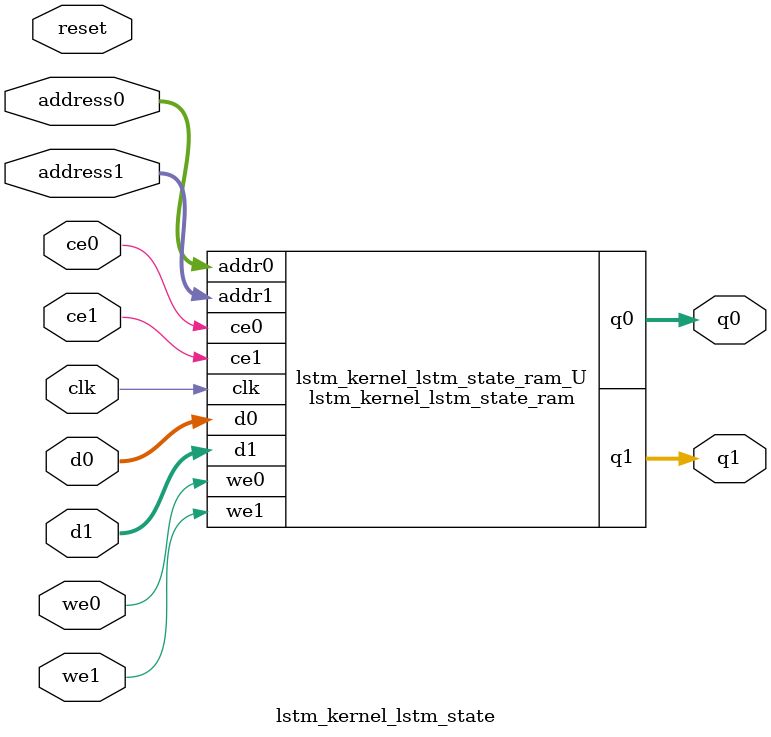
<source format=v>
`timescale 1 ns / 1 ps
module lstm_kernel_lstm_state_ram (addr0, ce0, d0, we0, q0, addr1, ce1, d1, we1, q1,  clk);

parameter DWIDTH = 16;
parameter AWIDTH = 7;
parameter MEM_SIZE = 80;

input[AWIDTH-1:0] addr0;
input ce0;
input[DWIDTH-1:0] d0;
input we0;
output wire[DWIDTH-1:0] q0;
input[AWIDTH-1:0] addr1;
input ce1;
input[DWIDTH-1:0] d1;
input we1;
output wire[DWIDTH-1:0] q1;
input clk;

(* ram_style = "block" *)reg [DWIDTH-1:0] ram[0:MEM_SIZE-1];
reg [DWIDTH-1:0] q0_t0;
reg [DWIDTH-1:0] q0_t1;
reg [DWIDTH-1:0] q1_t0;
reg [DWIDTH-1:0] q1_t1;


assign q0 = q0_t1;
assign q1 = q1_t1;

always @(posedge clk)  
begin
    if (ce0) 
    begin
        q0_t1 <= q0_t0;
    end
    if (ce1) 
    begin
        q1_t1 <= q1_t0;
    end
end


always @(posedge clk)  
begin 
    if (ce0) 
    begin
        if (we0) 
        begin 
            ram[addr0] <= d0; 
        end 
        q0_t0 <= ram[addr0];
    end
end


always @(posedge clk)  
begin 
    if (ce1) 
    begin
        if (we1) 
        begin 
            ram[addr1] <= d1; 
        end 
        q1_t0 <= ram[addr1];
    end
end


endmodule

`timescale 1 ns / 1 ps
module lstm_kernel_lstm_state(
    reset,
    clk,
    address0,
    ce0,
    we0,
    d0,
    q0,
    address1,
    ce1,
    we1,
    d1,
    q1);

parameter DataWidth = 32'd16;
parameter AddressRange = 32'd80;
parameter AddressWidth = 32'd7;
input reset;
input clk;
input[AddressWidth - 1:0] address0;
input ce0;
input we0;
input[DataWidth - 1:0] d0;
output[DataWidth - 1:0] q0;
input[AddressWidth - 1:0] address1;
input ce1;
input we1;
input[DataWidth - 1:0] d1;
output[DataWidth - 1:0] q1;



lstm_kernel_lstm_state_ram lstm_kernel_lstm_state_ram_U(
    .clk( clk ),
    .addr0( address0 ),
    .ce0( ce0 ),
    .we0( we0 ),
    .d0( d0 ),
    .q0( q0 ),
    .addr1( address1 ),
    .ce1( ce1 ),
    .we1( we1 ),
    .d1( d1 ),
    .q1( q1 ));

endmodule


</source>
